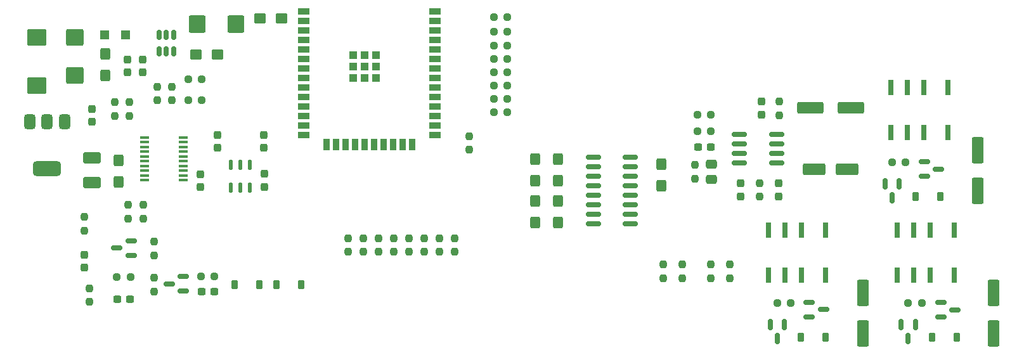
<source format=gtp>
G04 #@! TF.GenerationSoftware,KiCad,Pcbnew,9.0.2*
G04 #@! TF.CreationDate,2025-06-05T13:18:06+02:00*
G04 #@! TF.ProjectId,nTerm2-S FT231,6e546572-6d32-42d5-9320-46543233312e,0.08*
G04 #@! TF.SameCoordinates,Original*
G04 #@! TF.FileFunction,Paste,Top*
G04 #@! TF.FilePolarity,Positive*
%FSLAX46Y46*%
G04 Gerber Fmt 4.6, Leading zero omitted, Abs format (unit mm)*
G04 Created by KiCad (PCBNEW 9.0.2) date 2025-06-05 13:18:06*
%MOMM*%
%LPD*%
G01*
G04 APERTURE LIST*
G04 Aperture macros list*
%AMRoundRect*
0 Rectangle with rounded corners*
0 $1 Rounding radius*
0 $2 $3 $4 $5 $6 $7 $8 $9 X,Y pos of 4 corners*
0 Add a 4 corners polygon primitive as box body*
4,1,4,$2,$3,$4,$5,$6,$7,$8,$9,$2,$3,0*
0 Add four circle primitives for the rounded corners*
1,1,$1+$1,$2,$3*
1,1,$1+$1,$4,$5*
1,1,$1+$1,$6,$7*
1,1,$1+$1,$8,$9*
0 Add four rect primitives between the rounded corners*
20,1,$1+$1,$2,$3,$4,$5,0*
20,1,$1+$1,$4,$5,$6,$7,0*
20,1,$1+$1,$6,$7,$8,$9,0*
20,1,$1+$1,$8,$9,$2,$3,0*%
G04 Aperture macros list end*
%ADD10RoundRect,0.237500X-0.237500X0.250000X-0.237500X-0.250000X0.237500X-0.250000X0.237500X0.250000X0*%
%ADD11RoundRect,0.237500X-0.250000X-0.237500X0.250000X-0.237500X0.250000X0.237500X-0.250000X0.237500X0*%
%ADD12RoundRect,0.132500X0.132500X-0.532500X0.132500X0.532500X-0.132500X0.532500X-0.132500X-0.532500X0*%
%ADD13RoundRect,0.225000X-0.225000X-0.375000X0.225000X-0.375000X0.225000X0.375000X-0.225000X0.375000X0*%
%ADD14R,0.700000X2.000000*%
%ADD15R,1.500000X0.900000*%
%ADD16R,0.900000X1.500000*%
%ADD17R,1.050000X1.050000*%
%ADD18RoundRect,0.237500X0.237500X-0.250000X0.237500X0.250000X-0.237500X0.250000X-0.237500X-0.250000X0*%
%ADD19RoundRect,0.237500X-0.237500X0.300000X-0.237500X-0.300000X0.237500X-0.300000X0.237500X0.300000X0*%
%ADD20RoundRect,0.250000X0.550000X-1.500000X0.550000X1.500000X-0.550000X1.500000X-0.550000X-1.500000X0*%
%ADD21RoundRect,0.237500X0.237500X-0.300000X0.237500X0.300000X-0.237500X0.300000X-0.237500X-0.300000X0*%
%ADD22RoundRect,0.150000X-0.825000X-0.150000X0.825000X-0.150000X0.825000X0.150000X-0.825000X0.150000X0*%
%ADD23RoundRect,0.237500X0.250000X0.237500X-0.250000X0.237500X-0.250000X-0.237500X0.250000X-0.237500X0*%
%ADD24RoundRect,0.250000X-0.425000X0.537500X-0.425000X-0.537500X0.425000X-0.537500X0.425000X0.537500X0*%
%ADD25RoundRect,0.250000X0.425000X-0.537500X0.425000X0.537500X-0.425000X0.537500X-0.425000X-0.537500X0*%
%ADD26RoundRect,0.237500X0.300000X0.237500X-0.300000X0.237500X-0.300000X-0.237500X0.300000X-0.237500X0*%
%ADD27RoundRect,0.225000X0.225000X0.375000X-0.225000X0.375000X-0.225000X-0.375000X0.225000X-0.375000X0*%
%ADD28RoundRect,0.375000X-0.375000X0.625000X-0.375000X-0.625000X0.375000X-0.625000X0.375000X0.625000X0*%
%ADD29RoundRect,0.500000X-1.400000X0.500000X-1.400000X-0.500000X1.400000X-0.500000X1.400000X0.500000X0*%
%ADD30RoundRect,0.250000X0.875000X0.925000X-0.875000X0.925000X-0.875000X-0.925000X0.875000X-0.925000X0*%
%ADD31RoundRect,0.250000X1.025000X-0.875000X1.025000X0.875000X-1.025000X0.875000X-1.025000X-0.875000X0*%
%ADD32RoundRect,0.150000X-0.587500X-0.150000X0.587500X-0.150000X0.587500X0.150000X-0.587500X0.150000X0*%
%ADD33RoundRect,0.237500X-0.300000X-0.237500X0.300000X-0.237500X0.300000X0.237500X-0.300000X0.237500X0*%
%ADD34RoundRect,0.150000X-0.150000X0.587500X-0.150000X-0.587500X0.150000X-0.587500X0.150000X0.587500X0*%
%ADD35RoundRect,0.150000X0.587500X0.150000X-0.587500X0.150000X-0.587500X-0.150000X0.587500X-0.150000X0*%
%ADD36RoundRect,0.250001X0.924999X-0.499999X0.924999X0.499999X-0.924999X0.499999X-0.924999X-0.499999X0*%
%ADD37RoundRect,0.150000X0.150000X-0.512500X0.150000X0.512500X-0.150000X0.512500X-0.150000X-0.512500X0*%
%ADD38RoundRect,0.250000X-1.250000X-0.550000X1.250000X-0.550000X1.250000X0.550000X-1.250000X0.550000X0*%
%ADD39RoundRect,0.250000X-1.500000X-0.550000X1.500000X-0.550000X1.500000X0.550000X-1.500000X0.550000X0*%
%ADD40RoundRect,0.250000X-0.475000X0.337500X-0.475000X-0.337500X0.475000X-0.337500X0.475000X0.337500X0*%
%ADD41RoundRect,0.250000X-0.537500X-0.425000X0.537500X-0.425000X0.537500X0.425000X-0.537500X0.425000X0*%
%ADD42RoundRect,0.250000X0.925000X-0.875000X0.925000X0.875000X-0.925000X0.875000X-0.925000X-0.875000X0*%
%ADD43R,1.200000X0.400000*%
%ADD44R,1.200000X1.200000*%
%ADD45RoundRect,0.250000X0.537500X0.425000X-0.537500X0.425000X-0.537500X-0.425000X0.537500X-0.425000X0*%
G04 APERTURE END LIST*
D10*
X84266000Y-107528500D03*
X84266000Y-109353500D03*
D11*
X138956000Y-84668500D03*
X140781000Y-84668500D03*
D10*
X96012000Y-90123000D03*
X96012000Y-91948000D03*
D11*
X176792500Y-118999000D03*
X178617500Y-118999000D03*
D10*
X88392000Y-92202000D03*
X88392000Y-94027000D03*
D12*
X103820000Y-103632000D03*
X105090000Y-103632000D03*
X106360000Y-103632000D03*
X106360000Y-100582000D03*
X105090000Y-100582000D03*
X103820000Y-100582000D03*
D10*
X177088800Y-92140900D03*
X177088800Y-93965900D03*
D13*
X179992000Y-123571000D03*
X183292000Y-123571000D03*
D14*
X200471000Y-109268500D03*
X197271000Y-109268500D03*
X195071000Y-109268500D03*
X192871000Y-109268500D03*
X192871000Y-115268500D03*
X195071000Y-115268500D03*
X197271000Y-115268500D03*
X200471000Y-115268500D03*
D10*
X174436000Y-102997000D03*
X174436000Y-104822000D03*
D15*
X113616000Y-80096500D03*
X113616000Y-81366500D03*
X113616000Y-82636500D03*
X113616000Y-83906500D03*
X113616000Y-85176500D03*
X113616000Y-86446500D03*
X113616000Y-87716500D03*
X113616000Y-88986500D03*
X113616000Y-90256500D03*
X113616000Y-91526500D03*
X113616000Y-92796500D03*
X113616000Y-94066500D03*
X113616000Y-95336500D03*
X113616000Y-96606500D03*
D16*
X116656000Y-97856500D03*
X117926000Y-97856500D03*
X119196000Y-97856500D03*
X120466000Y-97856500D03*
X121736000Y-97856500D03*
X123006000Y-97856500D03*
X124276000Y-97856500D03*
X125546000Y-97856500D03*
X126816000Y-97856500D03*
X128086000Y-97856500D03*
D15*
X131116000Y-96606500D03*
X131116000Y-95336500D03*
X131116000Y-94066500D03*
X131116000Y-92796500D03*
X131116000Y-91526500D03*
X131116000Y-90256500D03*
X131116000Y-88986500D03*
X131116000Y-87716500D03*
X131116000Y-86446500D03*
X131116000Y-85176500D03*
X131116000Y-83906500D03*
X131116000Y-82636500D03*
X131116000Y-81366500D03*
X131116000Y-80096500D03*
D17*
X120161000Y-85911500D03*
X120161000Y-87436500D03*
X120161000Y-88961500D03*
X121686000Y-85911500D03*
X121686000Y-87436500D03*
X121686000Y-88961500D03*
X123211000Y-85911500D03*
X123211000Y-87436500D03*
X123211000Y-88961500D03*
D18*
X127635000Y-112188000D03*
X127635000Y-110363000D03*
D11*
X192128500Y-100203000D03*
X193953500Y-100203000D03*
D19*
X176976000Y-103047000D03*
X176976000Y-104772000D03*
D20*
X205740000Y-123096000D03*
X205740000Y-117696000D03*
D11*
X138956000Y-88224500D03*
X140781000Y-88224500D03*
D21*
X90043000Y-88212000D03*
X90043000Y-86487000D03*
D11*
X194287500Y-118999000D03*
X196112500Y-118999000D03*
D21*
X92075000Y-88212000D03*
X92075000Y-86487000D03*
D20*
X188279000Y-123096000D03*
X188279000Y-117696000D03*
D10*
X170499000Y-113878500D03*
X170499000Y-115703500D03*
D22*
X171778499Y-96520000D03*
X171778499Y-97790000D03*
X171778499Y-99060000D03*
X171778499Y-100330000D03*
X176728499Y-100330000D03*
X176728499Y-99060000D03*
X176728499Y-97790000D03*
X176728499Y-96520000D03*
D23*
X140781000Y-80858500D03*
X138956000Y-80858500D03*
D19*
X85344000Y-93093200D03*
X85344000Y-94818200D03*
D18*
X121539000Y-112188000D03*
X121539000Y-110363000D03*
D24*
X147574000Y-105369500D03*
X147574000Y-108244500D03*
D18*
X92202000Y-107743000D03*
X92202000Y-105918000D03*
D25*
X87045800Y-88671400D03*
X87045800Y-85796400D03*
D10*
X94003500Y-90123000D03*
X94003500Y-91948000D03*
D26*
X90424000Y-118491000D03*
X88699000Y-118491000D03*
D27*
X107694000Y-116586000D03*
X104394000Y-116586000D03*
D28*
X81637500Y-94817800D03*
X79337500Y-94817800D03*
D29*
X79337500Y-101117800D03*
D28*
X77037500Y-94817800D03*
D30*
X104498050Y-81788000D03*
X99398050Y-81788000D03*
D11*
X88646000Y-115570000D03*
X90471000Y-115570000D03*
D21*
X108265000Y-98298000D03*
X108265000Y-96573000D03*
D11*
X166143000Y-96052500D03*
X167968000Y-96052500D03*
D22*
X152276000Y-99527500D03*
X152276000Y-100797500D03*
X152276000Y-102067500D03*
X152276000Y-103337500D03*
X152276000Y-104607500D03*
X152276000Y-105877500D03*
X152276000Y-107147500D03*
X152276000Y-108417500D03*
X157226000Y-108417500D03*
X157226000Y-107147500D03*
X157226000Y-105877500D03*
X157226000Y-104607500D03*
X157226000Y-103337500D03*
X157226000Y-102067500D03*
X157226000Y-100797500D03*
X157226000Y-99527500D03*
D10*
X90297000Y-92202000D03*
X90297000Y-94027000D03*
D31*
X77901800Y-89966800D03*
X77901800Y-83566800D03*
D24*
X144526000Y-105369500D03*
X144526000Y-108244500D03*
D32*
X196438000Y-100183000D03*
X196438000Y-102083000D03*
X198313000Y-101133000D03*
D33*
X99949000Y-117475000D03*
X101674000Y-117475000D03*
D14*
X183250500Y-109268500D03*
X180050500Y-109268500D03*
X177850500Y-109268500D03*
X175650500Y-109268500D03*
X175650500Y-115268500D03*
X177850500Y-115268500D03*
X180050500Y-115268500D03*
X183250500Y-115268500D03*
D25*
X88823800Y-102874800D03*
X88823800Y-99999800D03*
D34*
X195261000Y-121871500D03*
X193361000Y-121871500D03*
X194311000Y-123746500D03*
D35*
X97506000Y-117409000D03*
X97506000Y-115509000D03*
X95631000Y-116459000D03*
D11*
X98171000Y-91948000D03*
X99996000Y-91948000D03*
D34*
X177766000Y-121871500D03*
X175866000Y-121871500D03*
X176816000Y-123746500D03*
D24*
X161355000Y-100503000D03*
X161355000Y-103378000D03*
D19*
X108331000Y-101780000D03*
X108331000Y-103505000D03*
D36*
X85293200Y-102919600D03*
X85293200Y-99669600D03*
D10*
X90170000Y-105918000D03*
X90170000Y-107743000D03*
D21*
X174675800Y-93865900D03*
X174675800Y-92140900D03*
D11*
X138956000Y-93558500D03*
X140781000Y-93558500D03*
D37*
X94300000Y-85460000D03*
X95250000Y-85460000D03*
X96200000Y-85460000D03*
X96200000Y-83185000D03*
X95250000Y-83185000D03*
X94300000Y-83185000D03*
D38*
X181767499Y-101178500D03*
X186167499Y-101178500D03*
D11*
X138956000Y-90002500D03*
X140781000Y-90002500D03*
D39*
X181267499Y-92923500D03*
X186667499Y-92923500D03*
D24*
X144526000Y-99781500D03*
X144526000Y-102656500D03*
D23*
X167977500Y-93857185D03*
X166152500Y-93857185D03*
D10*
X167959000Y-113878500D03*
X167959000Y-115703500D03*
X164149000Y-113878500D03*
X164149000Y-115703500D03*
D18*
X93599000Y-112649000D03*
X93599000Y-110824000D03*
D20*
X203581000Y-104046000D03*
X203581000Y-98646000D03*
D18*
X129667000Y-112188000D03*
X129667000Y-110363000D03*
D33*
X166243000Y-98211500D03*
X167968000Y-98211500D03*
D18*
X119507000Y-112188000D03*
X119507000Y-110363000D03*
D14*
X199604750Y-90225500D03*
X196404750Y-90225500D03*
X194204750Y-90225500D03*
X192004750Y-90225500D03*
X192004750Y-96225500D03*
X194204750Y-96225500D03*
X196404750Y-96225500D03*
X199604750Y-96225500D03*
D21*
X99822000Y-103579000D03*
X99822000Y-101854000D03*
D24*
X147574000Y-99781500D03*
X147574000Y-102656500D03*
D13*
X197487000Y-123571000D03*
X200787000Y-123571000D03*
D40*
X167994500Y-100476000D03*
X167994500Y-102551000D03*
D18*
X131699000Y-112188000D03*
X131699000Y-110363000D03*
D41*
X107742000Y-81026000D03*
X110617000Y-81026000D03*
D35*
X90521000Y-112649000D03*
X90521000Y-110749000D03*
X88646000Y-111699000D03*
D21*
X171896000Y-104772000D03*
X171896000Y-103047000D03*
D42*
X82996000Y-88656000D03*
X82996000Y-83556000D03*
D43*
X97536000Y-102616000D03*
X97536000Y-101981000D03*
X97536000Y-101346000D03*
X97536000Y-100711000D03*
X97536000Y-100076000D03*
X97536000Y-99441000D03*
X97536000Y-98806000D03*
X97536000Y-98171000D03*
X97536000Y-97536000D03*
X97536000Y-96901000D03*
X92336000Y-96901000D03*
X92336000Y-97536000D03*
X92336000Y-98171000D03*
X92336000Y-98806000D03*
X92336000Y-99441000D03*
X92336000Y-100076000D03*
X92336000Y-100711000D03*
X92336000Y-101346000D03*
X92336000Y-101981000D03*
X92336000Y-102616000D03*
D19*
X84266000Y-112608500D03*
X84266000Y-114333500D03*
D32*
X198645500Y-118983500D03*
X198645500Y-120883500D03*
X200520500Y-119933500D03*
D18*
X93599000Y-117475000D03*
X93599000Y-115650000D03*
D11*
X138956000Y-91780500D03*
X140781000Y-91780500D03*
X98171000Y-89154000D03*
X99996000Y-89154000D03*
D18*
X135701000Y-98558500D03*
X135701000Y-96733500D03*
D10*
X161609000Y-113878500D03*
X161609000Y-115703500D03*
D18*
X133731000Y-112188000D03*
X133731000Y-110363000D03*
X123571000Y-112188000D03*
X123571000Y-110363000D03*
D23*
X140781000Y-82763500D03*
X138956000Y-82763500D03*
D44*
X89795000Y-83185000D03*
X86995000Y-83185000D03*
D11*
X138956000Y-86446500D03*
X140781000Y-86446500D03*
D10*
X84963000Y-117047000D03*
X84963000Y-118872000D03*
X165835500Y-100601000D03*
X165835500Y-102426000D03*
D45*
X102108000Y-85852000D03*
X99233000Y-85852000D03*
D21*
X102042000Y-98298000D03*
X102042000Y-96573000D03*
D34*
X193102000Y-103075500D03*
X191202000Y-103075500D03*
X192152000Y-104950500D03*
D11*
X99849000Y-115443000D03*
X101674000Y-115443000D03*
D13*
X195328000Y-104775000D03*
X198628000Y-104775000D03*
D18*
X125603000Y-112188000D03*
X125603000Y-110363000D03*
D13*
X109984000Y-116586000D03*
X113284000Y-116586000D03*
D32*
X181102000Y-118958500D03*
X181102000Y-120858500D03*
X182977000Y-119908500D03*
M02*

</source>
